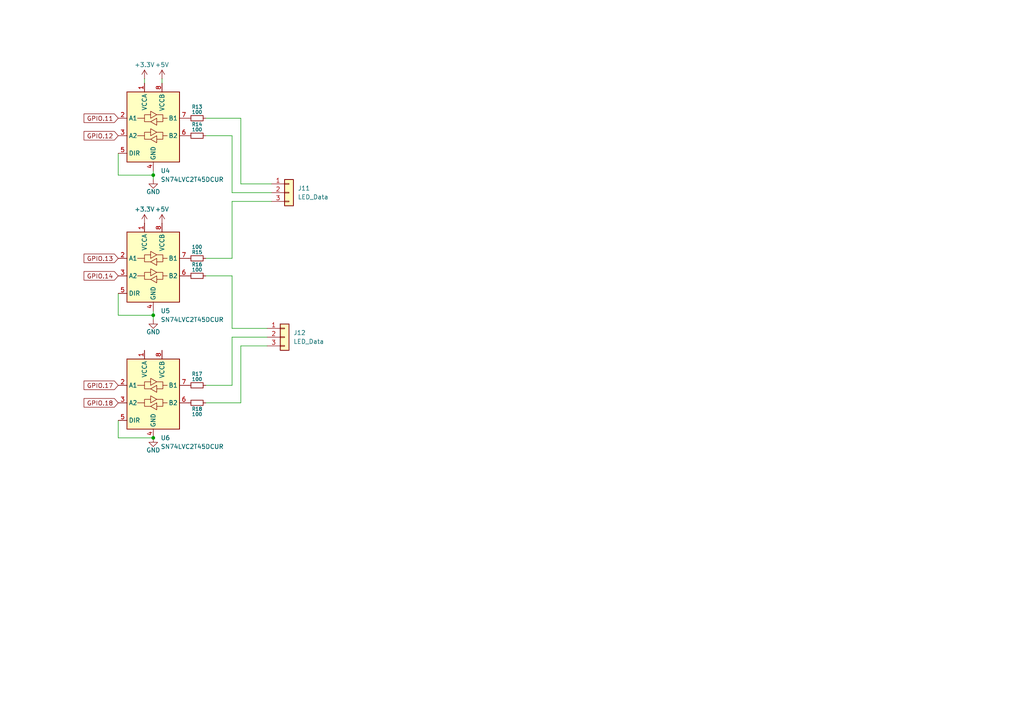
<source format=kicad_sch>
(kicad_sch (version 20250114) (generator "eeschema") (generator_version "9.0")
  (paper "A4")
  (lib_symbols
    (symbol "Connector_Generic:Conn_01x03" (pin_names (offset 1.016) (hide yes))
      (property "Reference" "J" (at 0 5.08 0))
      (property "Value" "Conn_01x03" (at 0 -5.08 0))
      (symbol "Conn_01x03_1_1"
        (rectangle (start -1.27 3.81) (end 1.27 -3.81) (stroke (width 0.254)) (fill (type background)))
        (rectangle (start -1.27 2.667) (end 0 2.413) (stroke (width 0.1524)))
        (rectangle (start -1.27 0.127) (end 0 -0.127) (stroke (width 0.1524)))
        (rectangle (start -1.27 -2.413) (end 0 -2.667) (stroke (width 0.1524)))
        (pin passive line (at -5.08 2.54 0) (length 3.81) (name "Pin_1") (number "1"))
        (pin passive line (at -5.08 0 0) (length 3.81) (name "Pin_2") (number "2"))
        (pin passive line (at -5.08 -2.54 0) (length 3.81) (name "Pin_3") (number "3"))
      )
    )
    (symbol "Device:R_Small" (pin_numbers (hide yes)) (pin_names (offset 0.254) (hide yes))
      (property "Reference" "R" (at 0 0 90))
      (property "Value" "R_Small" (at 1.778 0 90))
      (symbol "R_Small_0_1"
        (rectangle (start -0.762 1.778) (end 0.762 -1.778) (stroke (width 0.2032)))
      )
      (symbol "R_Small_1_1"
        (pin passive line (at 0 2.54 270) (length 0.762) (name "~") (number "1"))
        (pin passive line (at 0 -2.54 90) (length 0.762) (name "~") (number "2"))
      )
    )
    (symbol "Logic_LevelTranslator:SN74LVC2T45DCUR"
      (property "Reference" "U" (at -6.35 11.43 0))
      (property "Value" "SN74LVC2T45DCUR" (at 3.81 11.43 0))
      (symbol "SN74LVC2T45DCUR_0_1"
        (rectangle (start -7.62 10.16) (end 7.62 -10.16) (stroke (width 0.254)) (fill (type background)))
        (polyline (pts (xy -2.54 2.54) (xy -2.54 3.556) (xy -0.762 3.556)))
        (polyline (pts (xy -0.762 2.54) (xy -0.762 4.572) (xy 1.016 3.556) (xy -0.762 2.54)))
        (polyline (pts (xy -0.762 1.524) (xy -2.54 1.524) (xy -2.54 2.54) (xy -4.572 2.54)))
        (polyline (pts (xy 1.016 3.556) (xy 2.794 3.556) (xy 2.794 2.54) (xy 4.064 2.54)))
        (polyline (pts (xy 1.016 2.54) (xy 1.016 0.762) (xy 1.016 0.508) (xy -0.762 1.524) (xy 1.016 2.54)))
        (polyline (pts (xy 2.794 2.54) (xy 2.794 1.524) (xy 1.016 1.524)))
      )
      (symbol "SN74LVC2T45DCUR_1_1"
        (polyline (pts (xy -2.54 -2.54) (xy -2.54 -1.524) (xy -0.762 -1.524)))
        (polyline (pts (xy -0.762 -2.54) (xy -0.762 -0.508) (xy 1.016 -1.524) (xy -0.762 -2.54)))
        (polyline (pts (xy -0.762 -3.556) (xy -2.54 -3.556) (xy -2.54 -2.54) (xy -4.572 -2.54)))
        (polyline (pts (xy 1.016 -1.524) (xy 2.794 -1.524) (xy 2.794 -2.54) (xy 4.064 -2.54)))
        (polyline (pts (xy 1.016 -2.54) (xy 1.016 -4.318) (xy 1.016 -4.572) (xy -0.762 -3.556) (xy 1.016 -2.54)))
        (polyline (pts (xy 2.794 -2.54) (xy 2.794 -3.556) (xy 1.016 -3.556)))
        (pin bidirectional line (at -10.16 2.54 0) (length 2.54) (name "A1") (number "2"))
        (pin bidirectional line (at -10.16 -2.54 0) (length 2.54) (name "A2") (number "3"))
        (pin input line (at -10.16 -7.62 0) (length 2.54) (name "DIR") (number "5"))
        (pin power_in line (at -2.54 12.7 270) (length 2.54) (name "VCCA") (number "1"))
        (pin power_in line (at 0 -12.7 90) (length 2.54) (name "GND") (number "4"))
        (pin power_in line (at 2.54 12.7 270) (length 2.54) (name "VCCB") (number "8"))
        (pin bidirectional line (at 10.16 2.54 180) (length 2.54) (name "B1") (number "7"))
        (pin bidirectional line (at 10.16 -2.54 180) (length 2.54) (name "B2") (number "6"))
      )
    )
    (symbol "power:+3.3V" (power) (pin_numbers (hide yes)) (pin_names (offset 0) (hide yes))
      (property "Value" "+3.3V" (at 0 3.556 0))
      (symbol "+3.3V_0_1"
        (polyline (pts (xy -0.762 1.27) (xy 0 2.54)))
        (polyline (pts (xy 0 2.54) (xy 0.762 1.27)))
        (polyline (pts (xy 0 0) (xy 0 2.54)))
      )
      (symbol "+3.3V_1_1"
        (pin power_in line (at 0 0 90) (length 0) (name "~") (number "1"))
      )
    )
    (symbol "power:+5V" (power) (pin_numbers (hide yes)) (pin_names (offset 0) (hide yes))
      (property "Value" "+5V" (at 0 3.556 0))
      (symbol "+5V_0_1"
        (polyline (pts (xy -0.762 1.27) (xy 0 2.54)))
        (polyline (pts (xy 0 2.54) (xy 0.762 1.27)))
        (polyline (pts (xy 0 0) (xy 0 2.54)))
      )
      (symbol "+5V_1_1"
        (pin power_in line (at 0 0 90) (length 0) (name "~") (number "1"))
      )
    )
    (symbol "power:GND" (power) (pin_numbers (hide yes)) (pin_names (offset 0) (hide yes))
      (property "Value" "GND" (at 0 -3.81 0))
      (symbol "GND_0_1"
        (polyline (pts (xy 0 0) (xy 0 -1.27) (xy 1.27 -1.27) (xy 0 -2.54) (xy -1.27 -1.27) (xy 0 -1.27)))
      )
      (symbol "GND_1_1"
        (pin power_in line (at 0 0 270) (length 0) (name "~") (number "1"))
      )
    )
  )
  (junction (at 44.45 127))
  (junction (at 44.45 91.44))
  (junction (at 44.45 50.8))
  (wire (pts (xy 41.91 22.86) (xy 41.91 24.13)))
  (wire (pts (xy 59.69 34.29) (xy 69.85 34.29)))
  (wire (pts (xy 44.45 49.53) (xy 44.45 50.8)))
  (wire (pts (xy 59.69 116.84) (xy 69.85 116.84)))
  (wire (pts (xy 34.29 127) (xy 44.45 127)))
  (wire (pts (xy 59.69 74.93) (xy 67.31 74.93)))
  (wire (pts (xy 34.29 121.92) (xy 34.29 127)))
  (wire (pts (xy 67.31 74.93) (xy 67.31 58.42)))
  (wire (pts (xy 67.31 97.79) (xy 77.47 97.79)))
  (wire (pts (xy 59.69 111.76) (xy 67.31 111.76)))
  (wire (pts (xy 44.45 50.8) (xy 44.45 52.07)))
  (wire (pts (xy 67.31 111.76) (xy 67.31 97.79)))
  (wire (pts (xy 67.31 55.88) (xy 67.31 39.37)))
  (wire (pts (xy 46.99 22.86) (xy 46.99 24.13)))
  (wire (pts (xy 69.85 100.33) (xy 77.47 100.33)))
  (wire (pts (xy 44.45 91.44) (xy 44.45 90.17)))
  (wire (pts (xy 34.29 44.45) (xy 34.29 50.8)))
  (wire (pts (xy 34.29 50.8) (xy 44.45 50.8)))
  (wire (pts (xy 67.31 58.42) (xy 78.74 58.42)))
  (wire (pts (xy 67.31 80.01) (xy 67.31 95.25)))
  (wire (pts (xy 34.29 91.44) (xy 44.45 91.44)))
  (wire (pts (xy 69.85 116.84) (xy 69.85 100.33)))
  (wire (pts (xy 67.31 39.37) (xy 59.69 39.37)))
  (wire (pts (xy 44.45 91.44) (xy 44.45 92.71)))
  (wire (pts (xy 67.31 95.25) (xy 77.47 95.25)))
  (wire (pts (xy 59.69 80.01) (xy 67.31 80.01)))
  (wire (pts (xy 69.85 34.29) (xy 69.85 53.34)))
  (wire (pts (xy 67.31 55.88) (xy 78.74 55.88)))
  (wire (pts (xy 69.85 53.34) (xy 78.74 53.34)))
  (wire (pts (xy 34.29 85.09) (xy 34.29 91.44)))
  (global_label "GPIO.12" (shape input) (at 34.29 39.37 180) (property "Intersheetrefs" "${INTERSHEET_REFS}" (effects (hide yes))))
  (global_label "GPIO.17" (shape input) (at 34.29 111.76 180) (property "Intersheetrefs" "${INTERSHEET_REFS}" (effects (hide yes))))
  (global_label "GPIO.18" (shape input) (at 34.29 116.84 180) (property "Intersheetrefs" "${INTERSHEET_REFS}" (effects (hide yes))))
  (global_label "GPIO.14" (shape input) (at 34.29 80.01 180) (property "Intersheetrefs" "${INTERSHEET_REFS}" (effects (hide yes))))
  (global_label "GPIO.13" (shape input) (at 34.29 74.93 180) (property "Intersheetrefs" "${INTERSHEET_REFS}" (effects (hide yes))))
  (global_label "GPIO.11" (shape input) (at 34.29 34.29 180) (property "Intersheetrefs" "${INTERSHEET_REFS}" (effects (hide yes))))
  (symbol (lib_id "power:+5V") (at 46.99 22.86 0) (unit 1)
    (property "Reference" "#PWR042" (effects (hide yes)))
    (property "Value" "+5V" (at 46.99 18.796 0))
    (property "Description" "Power symbol creates a global label with name \"+5V\"" (effects (hide yes)))
  )
  (symbol (lib_id "Device:R_Small") (at 57.15 80.01 270) (unit 1)
    (property "Reference" "R16" (at 57.15 76.708 90) (effects (font (size 1.016 1.016))))
    (property "Value" "100" (at 57.15 78.232 90) (effects (font (size 1.016 1.016))))
    (property "Footprint" "Resistor_SMD:R_0805_2012Metric_Pad1.20x1.40mm_HandSolder" (effects (hide yes)))
    (property "Description" "Resistor, small symbol" (effects (hide yes)))
    (property "LCSC" "C2907294" (effects (hide yes)))
  )
  (symbol (lib_id "Device:R_Small") (at 57.15 116.84 90) (unit 1)
    (property "Reference" "R18" (at 57.15 118.618 90) (effects (font (size 1.016 1.016))))
    (property "Value" "100" (at 57.15 120.142 90) (effects (font (size 1.016 1.016))))
    (property "Footprint" "Resistor_SMD:R_0805_2012Metric_Pad1.20x1.40mm_HandSolder" (effects (hide yes)))
    (property "Description" "Resistor, small symbol" (effects (hide yes)))
    (property "LCSC" "C2907294" (effects (hide yes)))
  )
  (symbol (lib_id "Logic_LevelTranslator:SN74LVC2T45DCUR") (at 44.45 114.3 0) (unit 1)
    (property "Reference" "U6" (at 46.5933 127 0) (effects (justify left)))
    (property "Value" "SN74LVC2T45DCUR" (at 46.5933 129.54 0) (effects (justify left)))
    (property "Footprint" "Package_SO:VSSOP-8_2.3x2mm_P0.5mm" (effects (hide yes)))
    (property "Datasheet" "http://www.ti.com/lit/ds/symlink/sn74lvc2t45.pdf" (effects (hide yes)))
    (property "Description" "Dual-Bit Dual-Supply Bus Transceiver With Configurable Voltage Translation and 3-State Outputs, VSSOP-8" (effects (hide yes)))
    (property "LCSC" "C15741" (effects (hide yes)))
  )
  (symbol (lib_id "power:+5V") (at 46.99 64.77 0) (unit 1)
    (property "Reference" "#PWR043" (effects (hide yes)))
    (property "Value" "+5V" (at 46.99 60.706 0))
    (property "Description" "Power symbol creates a global label with name \"+5V\"" (effects (hide yes)))
  )
  (symbol (lib_id "power:+3.3V") (at 41.91 22.86 0) (unit 1)
    (property "Reference" "#PWR032" (effects (hide yes)))
    (property "Value" "+3.3V" (at 41.91 18.796 0))
    (property "Description" "Power symbol creates a global label with name \"+3.3V\"" (effects (hide yes)))
  )
  (symbol (lib_id "Connector_Generic:Conn_01x03") (at 82.55 97.79 0) (unit 1)
    (property "Reference" "J12" (at 85.09 96.5199 0) (effects (justify left)))
    (property "Value" "LED_Data" (at 85.09 99.0599 0) (effects (justify left)))
    (property "Footprint" "TerminalBlock_Phoenix:TerminalBlock_Phoenix_MKDS-1,5-3-5.08_1x03_P5.08mm_Horizontal" (effects (hide yes)))
    (property "Description" "Generic connector, single row, 01x03, script generated (kicad-library-utils/schlib/autogen/connector/)" (effects (hide yes)))
  )
  (symbol (lib_id "Device:R_Small") (at 57.15 39.37 270) (unit 1)
    (property "Reference" "R14" (at 57.15 36.068 90) (effects (font (size 1.016 1.016))))
    (property "Value" "100" (at 57.15 37.592 90) (effects (font (size 1.016 1.016))))
    (property "Footprint" "Resistor_SMD:R_0805_2012Metric_Pad1.20x1.40mm_HandSolder" (effects (hide yes)))
    (property "Description" "Resistor, small symbol" (effects (hide yes)))
    (property "LCSC" "C2907294" (effects (hide yes)))
  )
  (symbol (lib_id "power:GND") (at 44.45 92.71 0) (unit 1)
    (property "Reference" "#PWR034" (effects (hide yes)))
    (property "Value" "GND" (at 44.45 96.266 0))
    (property "Description" "Power symbol creates a global label with name \"GND\" , ground" (effects (hide yes)))
  )
  (symbol (lib_id "Logic_LevelTranslator:SN74LVC2T45DCUR") (at 44.45 36.83 0) (unit 1)
    (property "Reference" "U4" (at 46.5933 49.53 0) (effects (justify left)))
    (property "Value" "SN74LVC2T45DCUR" (at 46.5933 52.07 0) (effects (justify left)))
    (property "Footprint" "Package_SO:VSSOP-8_2.3x2mm_P0.5mm" (effects (hide yes)))
    (property "Datasheet" "http://www.ti.com/lit/ds/symlink/sn74lvc2t45.pdf" (effects (hide yes)))
    (property "Description" "Dual-Bit Dual-Supply Bus Transceiver With Configurable Voltage Translation and 3-State Outputs, VSSOP-8" (effects (hide yes)))
    (property "LCSC" "C15741" (effects (hide yes)))
  )
  (symbol (lib_id "power:+3.3V") (at 41.91 64.77 0) (unit 1)
    (property "Reference" "#PWR033" (effects (hide yes)))
    (property "Value" "+3.3V" (at 41.91 60.706 0))
    (property "Description" "Power symbol creates a global label with name \"+3.3V\"" (effects (hide yes)))
  )
  (symbol (lib_id "power:GND") (at 44.45 52.07 0) (unit 1)
    (property "Reference" "#PWR031" (effects (hide yes)))
    (property "Value" "GND" (at 44.45 55.626 0))
    (property "Description" "Power symbol creates a global label with name \"GND\" , ground" (effects (hide yes)))
  )
  (symbol (lib_id "power:GND") (at 44.45 127 0) (unit 1)
    (property "Reference" "#PWR044" (effects (hide yes)))
    (property "Value" "GND" (at 44.45 130.556 0))
    (property "Description" "Power symbol creates a global label with name \"GND\" , ground" (effects (hide yes)))
  )
  (symbol (lib_id "Device:R_Small") (at 57.15 74.93 90) (mirror x) (unit 1)
    (property "Reference" "R15" (at 57.15 73.152 90) (effects (font (size 1.016 1.016))))
    (property "Value" "100" (at 57.15 71.628 90) (effects (font (size 1.016 1.016))))
    (property "Footprint" "Resistor_SMD:R_0805_2012Metric_Pad1.20x1.40mm_HandSolder" (effects (hide yes)))
    (property "Description" "Resistor, small symbol" (effects (hide yes)))
    (property "LCSC" "C2907294" (effects (hide yes)))
  )
  (symbol (lib_id "Logic_LevelTranslator:SN74LVC2T45DCUR") (at 44.45 77.47 0) (unit 1)
    (property "Reference" "U5" (at 46.5933 90.17 0) (effects (justify left)))
    (property "Value" "SN74LVC2T45DCUR" (at 46.5933 92.71 0) (effects (justify left)))
    (property "Footprint" "Package_SO:VSSOP-8_2.3x2mm_P0.5mm" (effects (hide yes)))
    (property "Datasheet" "http://www.ti.com/lit/ds/symlink/sn74lvc2t45.pdf" (effects (hide yes)))
    (property "Description" "Dual-Bit Dual-Supply Bus Transceiver With Configurable Voltage Translation and 3-State Outputs, VSSOP-8" (effects (hide yes)))
    (property "LCSC" "C15741" (effects (hide yes)))
  )
  (symbol (lib_id "Device:R_Small") (at 57.15 111.76 270) (unit 1)
    (property "Reference" "R17" (at 57.15 108.458 90) (effects (font (size 1.016 1.016))))
    (property "Value" "100" (at 57.15 109.982 90) (effects (font (size 1.016 1.016))))
    (property "Footprint" "Resistor_SMD:R_0805_2012Metric_Pad1.20x1.40mm_HandSolder" (effects (hide yes)))
    (property "Description" "Resistor, small symbol" (effects (hide yes)))
    (property "LCSC" "C2907294" (effects (hide yes)))
  )
  (symbol (lib_id "Device:R_Small") (at 57.15 34.29 270) (unit 1)
    (property "Reference" "R13" (at 57.15 30.988 90) (effects (font (size 1.016 1.016))))
    (property "Value" "100" (at 57.15 32.512 90) (effects (font (size 1.016 1.016))))
    (property "Footprint" "Resistor_SMD:R_0805_2012Metric_Pad1.20x1.40mm_HandSolder" (effects (hide yes)))
    (property "Description" "Resistor, small symbol" (effects (hide yes)))
    (property "LCSC" "C2907294" (effects (hide yes)))
  )
  (symbol (lib_id "Connector_Generic:Conn_01x03") (at 83.82 55.88 0) (unit 1)
    (property "Reference" "J11" (at 86.36 54.6099 0) (effects (justify left)))
    (property "Value" "LED_Data" (at 86.36 57.1499 0) (effects (justify left)))
    (property "Footprint" "TerminalBlock_Phoenix:TerminalBlock_Phoenix_MKDS-1,5-3-5.08_1x03_P5.08mm_Horizontal" (effects (hide yes)))
    (property "Description" "Generic connector, single row, 01x03, script generated (kicad-library-utils/schlib/autogen/connector/)" (effects (hide yes)))
  )
)
</source>
